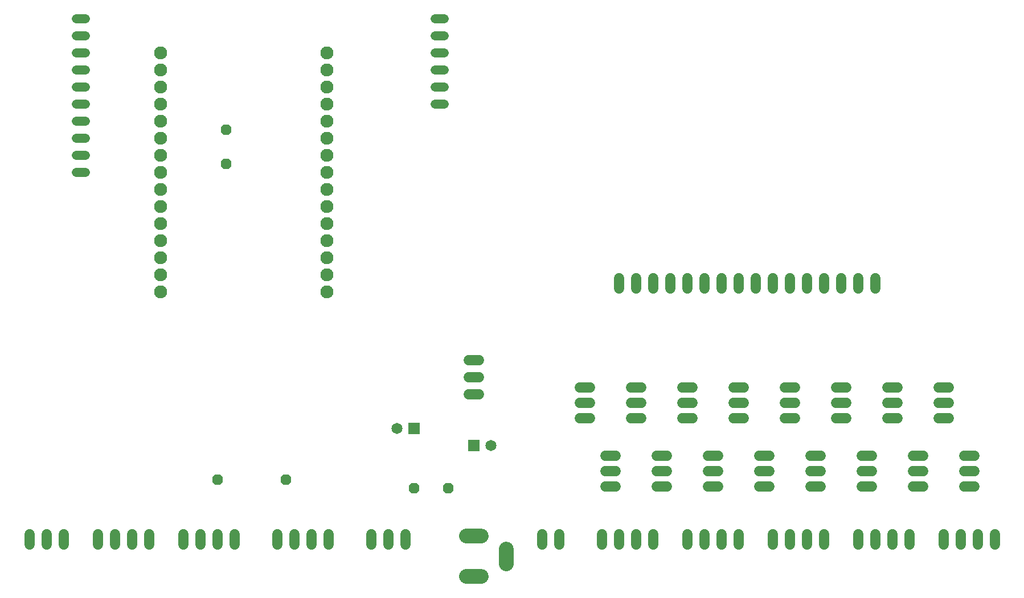
<source format=gbr>
G04 EAGLE Gerber RS-274X export*
G75*
%MOMM*%
%FSLAX34Y34*%
%LPD*%
%INTop Copper*%
%IPPOS*%
%AMOC8*
5,1,8,0,0,1.08239X$1,22.5*%
G01*
%ADD10C,1.524000*%
%ADD11C,1.320800*%
%ADD12C,1.930400*%
%ADD13C,2.184400*%
%ADD14R,1.651000X1.651000*%
%ADD15C,1.651000*%
%ADD16P,1.732040X8X202.500000*%
%ADD17P,1.732040X8X22.500000*%
%ADD18P,1.732040X8X292.500000*%


D10*
X744220Y368300D02*
X728980Y368300D01*
X728980Y393700D02*
X744220Y393700D01*
X744220Y419100D02*
X728980Y419100D01*
X1130300Y160020D02*
X1130300Y144780D01*
X1104900Y144780D02*
X1104900Y160020D01*
X1079500Y160020D02*
X1079500Y144780D01*
X1054100Y144780D02*
X1054100Y160020D01*
X1003300Y160020D02*
X1003300Y144780D01*
X977900Y144780D02*
X977900Y160020D01*
X952500Y160020D02*
X952500Y144780D01*
X927100Y144780D02*
X927100Y160020D01*
X863600Y160020D02*
X863600Y144780D01*
X838200Y144780D02*
X838200Y160020D01*
X635000Y160020D02*
X635000Y144780D01*
X609600Y144780D02*
X609600Y160020D01*
X584200Y160020D02*
X584200Y144780D01*
X127000Y144780D02*
X127000Y160020D01*
X101600Y160020D02*
X101600Y144780D01*
X76200Y144780D02*
X76200Y160020D01*
X381000Y160020D02*
X381000Y144780D01*
X355600Y144780D02*
X355600Y160020D01*
X330200Y160020D02*
X330200Y144780D01*
X304800Y144780D02*
X304800Y160020D01*
X254000Y160020D02*
X254000Y144780D01*
X228600Y144780D02*
X228600Y160020D01*
X203200Y160020D02*
X203200Y144780D01*
X177800Y144780D02*
X177800Y160020D01*
X520700Y160020D02*
X520700Y144780D01*
X495300Y144780D02*
X495300Y160020D01*
X469900Y160020D02*
X469900Y144780D01*
X444500Y144780D02*
X444500Y160020D01*
X1511300Y160020D02*
X1511300Y144780D01*
X1485900Y144780D02*
X1485900Y160020D01*
X1460500Y160020D02*
X1460500Y144780D01*
X1435100Y144780D02*
X1435100Y160020D01*
X1384300Y160020D02*
X1384300Y144780D01*
X1358900Y144780D02*
X1358900Y160020D01*
X1333500Y160020D02*
X1333500Y144780D01*
X1308100Y144780D02*
X1308100Y160020D01*
X1257300Y160020D02*
X1257300Y144780D01*
X1231900Y144780D02*
X1231900Y160020D01*
X1206500Y160020D02*
X1206500Y144780D01*
X1181100Y144780D02*
X1181100Y160020D01*
X952500Y525780D02*
X952500Y541020D01*
X977900Y541020D02*
X977900Y525780D01*
X1003300Y525780D02*
X1003300Y541020D01*
X1028700Y541020D02*
X1028700Y525780D01*
X1054100Y525780D02*
X1054100Y541020D01*
X1079500Y541020D02*
X1079500Y525780D01*
X1104900Y525780D02*
X1104900Y541020D01*
X1130300Y541020D02*
X1130300Y525780D01*
X1155700Y525780D02*
X1155700Y541020D01*
X1181100Y541020D02*
X1181100Y525780D01*
X1206500Y525780D02*
X1206500Y541020D01*
X1231900Y541020D02*
X1231900Y525780D01*
X1257300Y525780D02*
X1257300Y541020D01*
X1282700Y541020D02*
X1282700Y525780D01*
X1308100Y525780D02*
X1308100Y541020D01*
X1333500Y541020D02*
X1333500Y525780D01*
X1465580Y231140D02*
X1480820Y231140D01*
X1480820Y254000D02*
X1465580Y254000D01*
X1465580Y276860D02*
X1480820Y276860D01*
X1137920Y332740D02*
X1122680Y332740D01*
X1122680Y355600D02*
X1137920Y355600D01*
X1137920Y378460D02*
X1122680Y378460D01*
X1099820Y231140D02*
X1084580Y231140D01*
X1084580Y254000D02*
X1099820Y254000D01*
X1099820Y276860D02*
X1084580Y276860D01*
X1061720Y332740D02*
X1046480Y332740D01*
X1046480Y355600D02*
X1061720Y355600D01*
X1061720Y378460D02*
X1046480Y378460D01*
X1023620Y231140D02*
X1008380Y231140D01*
X1008380Y254000D02*
X1023620Y254000D01*
X1023620Y276860D02*
X1008380Y276860D01*
X985520Y332740D02*
X970280Y332740D01*
X970280Y355600D02*
X985520Y355600D01*
X985520Y378460D02*
X970280Y378460D01*
X947420Y231140D02*
X932180Y231140D01*
X932180Y254000D02*
X947420Y254000D01*
X947420Y276860D02*
X932180Y276860D01*
X909320Y332740D02*
X894080Y332740D01*
X894080Y355600D02*
X909320Y355600D01*
X909320Y378460D02*
X894080Y378460D01*
X1427480Y332740D02*
X1442720Y332740D01*
X1442720Y355600D02*
X1427480Y355600D01*
X1427480Y378460D02*
X1442720Y378460D01*
X1404620Y231140D02*
X1389380Y231140D01*
X1389380Y254000D02*
X1404620Y254000D01*
X1404620Y276860D02*
X1389380Y276860D01*
X1366520Y332740D02*
X1351280Y332740D01*
X1351280Y355600D02*
X1366520Y355600D01*
X1366520Y378460D02*
X1351280Y378460D01*
X1328420Y231140D02*
X1313180Y231140D01*
X1313180Y254000D02*
X1328420Y254000D01*
X1328420Y276860D02*
X1313180Y276860D01*
X1290320Y332740D02*
X1275080Y332740D01*
X1275080Y355600D02*
X1290320Y355600D01*
X1290320Y378460D02*
X1275080Y378460D01*
X1252220Y231140D02*
X1236980Y231140D01*
X1236980Y254000D02*
X1252220Y254000D01*
X1252220Y276860D02*
X1236980Y276860D01*
X1214120Y332740D02*
X1198880Y332740D01*
X1198880Y355600D02*
X1214120Y355600D01*
X1214120Y378460D02*
X1198880Y378460D01*
X1176020Y231140D02*
X1160780Y231140D01*
X1160780Y254000D02*
X1176020Y254000D01*
X1176020Y276860D02*
X1160780Y276860D01*
D11*
X692404Y927100D02*
X679196Y927100D01*
X679196Y901700D02*
X692404Y901700D01*
X692404Y876300D02*
X679196Y876300D01*
X679196Y850900D02*
X692404Y850900D01*
X692404Y825500D02*
X679196Y825500D01*
X679196Y800100D02*
X692404Y800100D01*
X159004Y698500D02*
X145796Y698500D01*
X145796Y723900D02*
X159004Y723900D01*
X159004Y749300D02*
X145796Y749300D01*
X145796Y774700D02*
X159004Y774700D01*
X159004Y800100D02*
X145796Y800100D01*
X145796Y825500D02*
X159004Y825500D01*
X159004Y850900D02*
X145796Y850900D01*
X145796Y876300D02*
X159004Y876300D01*
X159004Y901700D02*
X145796Y901700D01*
X145796Y927100D02*
X159004Y927100D01*
D12*
X271000Y876400D03*
X271000Y851000D03*
X271000Y825600D03*
X271000Y800200D03*
X271000Y774800D03*
X271000Y749400D03*
X271000Y724000D03*
X271000Y698600D03*
X271000Y673200D03*
X271000Y647800D03*
X271000Y622400D03*
X271000Y597000D03*
X271000Y571600D03*
X271000Y546200D03*
X271000Y520800D03*
X518700Y876400D03*
X518700Y851000D03*
X518700Y825600D03*
X518700Y800200D03*
X518700Y774800D03*
X518700Y749400D03*
X518700Y724000D03*
X518700Y698600D03*
X518700Y673200D03*
X518700Y647800D03*
X518700Y622400D03*
X518700Y597000D03*
X518700Y571600D03*
X518700Y546200D03*
X518700Y520800D03*
D13*
X784600Y137922D02*
X784600Y116078D01*
X747522Y97000D02*
X725678Y97000D01*
X725678Y157000D02*
X747522Y157000D01*
D14*
X647500Y317500D03*
D15*
X622500Y317500D03*
X761800Y292100D03*
D14*
X736800Y292100D03*
D16*
X698500Y228600D03*
X647700Y228600D03*
D17*
X355600Y241300D03*
X457200Y241300D03*
D18*
X368300Y762000D03*
X368300Y711200D03*
M02*

</source>
